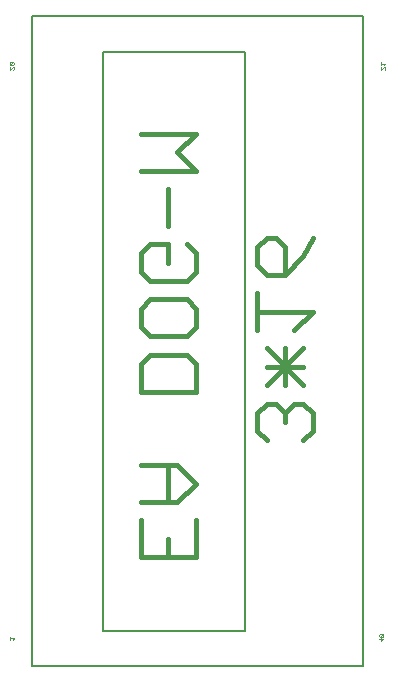
<source format=gbo>
G75*
G70*
%OFA0B0*%
%FSLAX24Y24*%
%IPPOS*%
%LPD*%
%AMOC8*
5,1,8,0,0,1.08239X$1,22.5*
%
%ADD10C,0.0050*%
%ADD11C,0.0160*%
%ADD12C,0.0010*%
D10*
X026111Y000549D02*
X026111Y022203D01*
X037135Y022203D01*
X037135Y000549D01*
X026111Y000549D01*
X028474Y001730D02*
X028474Y021022D01*
X033198Y021022D01*
X033198Y001730D01*
X028474Y001730D01*
D11*
X029735Y004172D02*
X029735Y005400D01*
X029735Y006014D02*
X030962Y006014D01*
X031576Y006628D01*
X030962Y007242D01*
X029735Y007242D01*
X030655Y007242D02*
X030655Y006014D01*
X031576Y005400D02*
X031576Y004172D01*
X029735Y004172D01*
X030655Y004172D02*
X030655Y004786D01*
X033936Y008067D02*
X033629Y008374D01*
X033629Y008987D01*
X033936Y009294D01*
X034243Y009294D01*
X034550Y008987D01*
X034550Y008681D01*
X034550Y008987D02*
X034857Y009294D01*
X035164Y009294D01*
X035471Y008987D01*
X035471Y008374D01*
X035164Y008067D01*
X035164Y009908D02*
X033936Y011136D01*
X034550Y011136D02*
X034550Y009908D01*
X033936Y009908D02*
X035164Y011136D01*
X034857Y011750D02*
X035471Y012364D01*
X033629Y012364D01*
X033629Y012977D02*
X033629Y011750D01*
X033936Y010522D02*
X035164Y010522D01*
X031576Y010618D02*
X031576Y009697D01*
X029735Y009697D01*
X029735Y010618D01*
X030042Y010925D01*
X031269Y010925D01*
X031576Y010618D01*
X031269Y011539D02*
X030042Y011539D01*
X029735Y011845D01*
X029735Y012459D01*
X030042Y012766D01*
X031269Y012766D01*
X031576Y012459D01*
X031576Y011845D01*
X031269Y011539D01*
X031269Y013380D02*
X030042Y013380D01*
X029735Y013687D01*
X029735Y014301D01*
X030042Y014608D01*
X030655Y014608D01*
X030655Y013994D01*
X031269Y014608D02*
X031576Y014301D01*
X031576Y013687D01*
X031269Y013380D01*
X033629Y013898D02*
X033629Y014512D01*
X033936Y014819D01*
X034243Y014819D01*
X034550Y014512D01*
X034550Y013591D01*
X033936Y013591D01*
X033629Y013898D01*
X034550Y013591D02*
X035164Y014205D01*
X035471Y014819D01*
X031576Y017063D02*
X030962Y017677D01*
X031576Y018291D01*
X029735Y018291D01*
X029735Y017063D02*
X031576Y017063D01*
X030655Y016449D02*
X030655Y015222D01*
D12*
X025366Y001529D02*
X025366Y001429D01*
X025366Y001479D02*
X025517Y001479D01*
X025467Y001429D01*
X037679Y001442D02*
X037829Y001442D01*
X037754Y001367D01*
X037754Y001467D01*
X037704Y001514D02*
X037804Y001614D01*
X037704Y001614D01*
X037679Y001589D01*
X037679Y001539D01*
X037704Y001514D01*
X037804Y001514D01*
X037829Y001539D01*
X037829Y001589D01*
X037804Y001614D01*
X037742Y020429D02*
X037842Y020529D01*
X037867Y020529D01*
X037892Y020504D01*
X037892Y020454D01*
X037867Y020429D01*
X037742Y020429D02*
X037742Y020529D01*
X037742Y020577D02*
X037742Y020677D01*
X037742Y020627D02*
X037892Y020627D01*
X037842Y020577D01*
X025517Y020602D02*
X025517Y020652D01*
X025491Y020677D01*
X025391Y020577D01*
X025366Y020602D01*
X025366Y020652D01*
X025391Y020677D01*
X025491Y020677D01*
X025517Y020602D02*
X025491Y020577D01*
X025391Y020577D01*
X025366Y020529D02*
X025366Y020429D01*
X025466Y020529D01*
X025491Y020529D01*
X025517Y020504D01*
X025517Y020454D01*
X025491Y020429D01*
M02*

</source>
